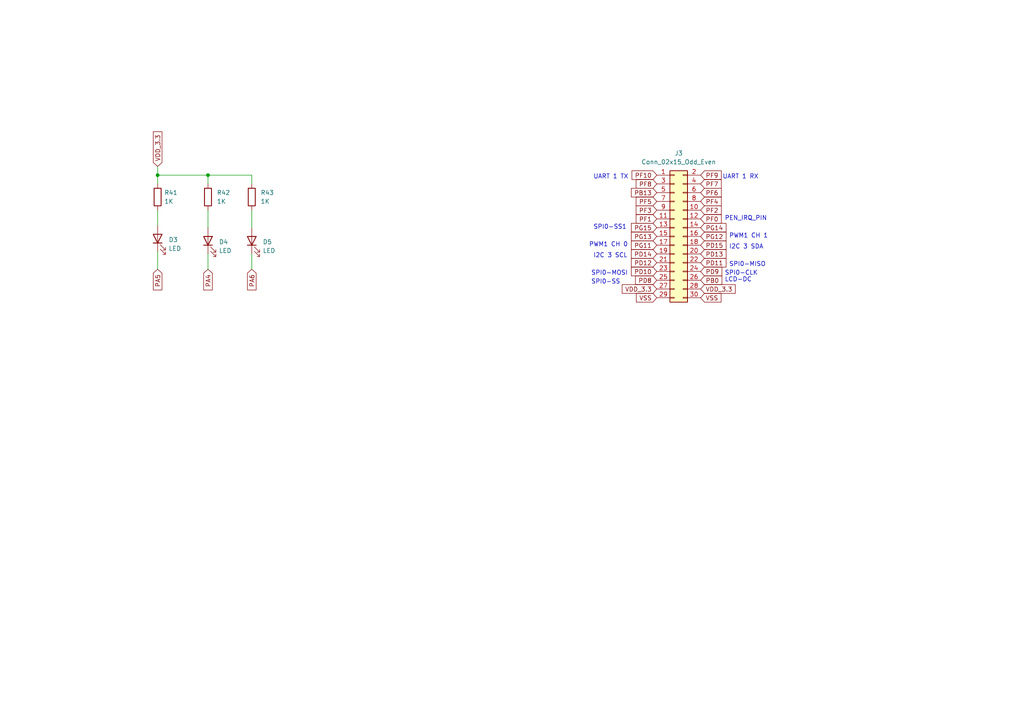
<source format=kicad_sch>
(kicad_sch (version 20231120) (generator "eeschema") (generator_version "8.0")
  (paper "A4")
  (lib_symbols
    (symbol "Connector_Generic:Conn_02x15_Odd_Even" (pin_names (offset 1.016) hide)
      (property "Reference" "J" (at 1.27 20.32 0))
      (property "Value" "Conn_02x15_Odd_Even" (at 1.27 -20.32 0))
      (symbol "Conn_02x15_Odd_Even_1_1"
        (rectangle (start -1.27 -17.653) (end 0 -17.907) (stroke (width 0.1524)))
        (rectangle (start -1.27 -15.113) (end 0 -15.367) (stroke (width 0.1524)))
        (rectangle (start -1.27 -12.573) (end 0 -12.827) (stroke (width 0.1524)))
        (rectangle (start -1.27 -10.033) (end 0 -10.287) (stroke (width 0.1524)))
        (rectangle (start -1.27 -7.493) (end 0 -7.747) (stroke (width 0.1524)))
        (rectangle (start -1.27 -4.953) (end 0 -5.207) (stroke (width 0.1524)))
        (rectangle (start -1.27 -2.413) (end 0 -2.667) (stroke (width 0.1524)))
        (rectangle (start -1.27 0.127) (end 0 -0.127) (stroke (width 0.1524)))
        (rectangle (start -1.27 2.667) (end 0 2.413) (stroke (width 0.1524)))
        (rectangle (start -1.27 5.207) (end 0 4.953) (stroke (width 0.1524)))
        (rectangle (start -1.27 7.747) (end 0 7.493) (stroke (width 0.1524)))
        (rectangle (start -1.27 10.287) (end 0 10.033) (stroke (width 0.1524)))
        (rectangle (start -1.27 12.827) (end 0 12.573) (stroke (width 0.1524)))
        (rectangle (start -1.27 15.367) (end 0 15.113) (stroke (width 0.1524)))
        (rectangle (start -1.27 17.907) (end 0 17.653) (stroke (width 0.1524)))
        (rectangle (start -1.27 19.05) (end 3.81 -19.05) (stroke (width 0.254)) (fill (type background)))
        (rectangle (start 3.81 -17.653) (end 2.54 -17.907) (stroke (width 0.1524)))
        (rectangle (start 3.81 -15.113) (end 2.54 -15.367) (stroke (width 0.1524)))
        (rectangle (start 3.81 -12.573) (end 2.54 -12.827) (stroke (width 0.1524)))
        (rectangle (start 3.81 -10.033) (end 2.54 -10.287) (stroke (width 0.1524)))
        (rectangle (start 3.81 -7.493) (end 2.54 -7.747) (stroke (width 0.1524)))
        (rectangle (start 3.81 -4.953) (end 2.54 -5.207) (stroke (width 0.1524)))
        (rectangle (start 3.81 -2.413) (end 2.54 -2.667) (stroke (width 0.1524)))
        (rectangle (start 3.81 0.127) (end 2.54 -0.127) (stroke (width 0.1524)))
        (rectangle (start 3.81 2.667) (end 2.54 2.413) (stroke (width 0.1524)))
        (rectangle (start 3.81 5.207) (end 2.54 4.953) (stroke (width 0.1524)))
        (rectangle (start 3.81 7.747) (end 2.54 7.493) (stroke (width 0.1524)))
        (rectangle (start 3.81 10.287) (end 2.54 10.033) (stroke (width 0.1524)))
        (rectangle (start 3.81 12.827) (end 2.54 12.573) (stroke (width 0.1524)))
        (rectangle (start 3.81 15.367) (end 2.54 15.113) (stroke (width 0.1524)))
        (rectangle (start 3.81 17.907) (end 2.54 17.653) (stroke (width 0.1524)))
        (pin passive line (at -5.08 17.78 0) (length 3.81) (name "Pin_1") (number "1"))
        (pin passive line (at 7.62 7.62 180) (length 3.81) (name "Pin_10") (number "10"))
        (pin passive line (at -5.08 5.08 0) (length 3.81) (name "Pin_11") (number "11"))
        (pin passive line (at 7.62 5.08 180) (length 3.81) (name "Pin_12") (number "12"))
        (pin passive line (at -5.08 2.54 0) (length 3.81) (name "Pin_13") (number "13"))
        (pin passive line (at 7.62 2.54 180) (length 3.81) (name "Pin_14") (number "14"))
        (pin passive line (at -5.08 0 0) (length 3.81) (name "Pin_15") (number "15"))
        (pin passive line (at 7.62 0 180) (length 3.81) (name "Pin_16") (number "16"))
        (pin passive line (at -5.08 -2.54 0) (length 3.81) (name "Pin_17") (number "17"))
        (pin passive line (at 7.62 -2.54 180) (length 3.81) (name "Pin_18") (number "18"))
        (pin passive line (at -5.08 -5.08 0) (length 3.81) (name "Pin_19") (number "19"))
        (pin passive line (at 7.62 17.78 180) (length 3.81) (name "Pin_2") (number "2"))
        (pin passive line (at 7.62 -5.08 180) (length 3.81) (name "Pin_20") (number "20"))
        (pin passive line (at -5.08 -7.62 0) (length 3.81) (name "Pin_21") (number "21"))
        (pin passive line (at 7.62 -7.62 180) (length 3.81) (name "Pin_22") (number "22"))
        (pin passive line (at -5.08 -10.16 0) (length 3.81) (name "Pin_23") (number "23"))
        (pin passive line (at 7.62 -10.16 180) (length 3.81) (name "Pin_24") (number "24"))
        (pin passive line (at -5.08 -12.7 0) (length 3.81) (name "Pin_25") (number "25"))
        (pin passive line (at 7.62 -12.7 180) (length 3.81) (name "Pin_26") (number "26"))
        (pin passive line (at -5.08 -15.24 0) (length 3.81) (name "Pin_27") (number "27"))
        (pin passive line (at 7.62 -15.24 180) (length 3.81) (name "Pin_28") (number "28"))
        (pin passive line (at -5.08 -17.78 0) (length 3.81) (name "Pin_29") (number "29"))
        (pin passive line (at -5.08 15.24 0) (length 3.81) (name "Pin_3") (number "3"))
        (pin passive line (at 7.62 -17.78 180) (length 3.81) (name "Pin_30") (number "30"))
        (pin passive line (at 7.62 15.24 180) (length 3.81) (name "Pin_4") (number "4"))
        (pin passive line (at -5.08 12.7 0) (length 3.81) (name "Pin_5") (number "5"))
        (pin passive line (at 7.62 12.7 180) (length 3.81) (name "Pin_6") (number "6"))
        (pin passive line (at -5.08 10.16 0) (length 3.81) (name "Pin_7") (number "7"))
        (pin passive line (at 7.62 10.16 180) (length 3.81) (name "Pin_8") (number "8"))
        (pin passive line (at -5.08 7.62 0) (length 3.81) (name "Pin_9") (number "9"))
      )
    )
    (symbol "Device:LED" (pin_numbers hide) (pin_names (offset 1.016) hide)
      (property "Reference" "D" (at 0 2.54 0))
      (property "Value" "LED" (at 0 -2.54 0))
      (symbol "LED_0_1"
        (polyline (pts (xy -1.27 -1.27) (xy -1.27 1.27)) (stroke (width 0.254)))
        (polyline (pts (xy -1.27 0) (xy 1.27 0)))
        (polyline (pts (xy 1.27 -1.27) (xy 1.27 1.27) (xy -1.27 0) (xy 1.27 -1.27)) (stroke (width 0.254)))
        (polyline (pts (xy -3.048 -0.762) (xy -4.572 -2.286) (xy -3.81 -2.286) (xy -4.572 -2.286) (xy -4.572 -1.524)))
        (polyline (pts (xy -1.778 -0.762) (xy -3.302 -2.286) (xy -2.54 -2.286) (xy -3.302 -2.286) (xy -3.302 -1.524)))
      )
      (symbol "LED_1_1"
        (pin passive line (at -3.81 0 0) (length 2.54) (name "K") (number "1"))
        (pin passive line (at 3.81 0 180) (length 2.54) (name "A") (number "2"))
      )
    )
    (symbol "Device:R" (pin_numbers hide) (pin_names (offset 0))
      (property "Reference" "R" (at 2.032 0 90))
      (property "Value" "R" (at 0 0 90))
      (symbol "R_0_1"
        (rectangle (start -1.016 -2.54) (end 1.016 2.54) (stroke (width 0.254)))
      )
      (symbol "R_1_1"
        (pin passive line (at 0 3.81 270) (length 1.27) (name "~") (number "1"))
        (pin passive line (at 0 -3.81 90) (length 1.27) (name "~") (number "2"))
      )
    )
  )
  (junction (at 60.325 50.8))
  (junction (at 45.72 50.8))
  (wire (pts (xy 45.72 50.8) (xy 45.72 53.34)))
  (wire (pts (xy 60.325 60.96) (xy 60.325 66.04)))
  (wire (pts (xy 60.325 78.105) (xy 60.325 73.66)))
  (wire (pts (xy 60.325 50.8) (xy 60.325 53.34)))
  (wire (pts (xy 60.325 50.8) (xy 73.025 50.8)))
  (wire (pts (xy 73.025 78.105) (xy 73.025 73.66)))
  (wire (pts (xy 45.72 50.8) (xy 60.325 50.8)))
  (wire (pts (xy 45.72 60.96) (xy 45.72 65.405)))
  (wire (pts (xy 45.72 48.26) (xy 45.72 50.8)))
  (wire (pts (xy 45.72 78.105) (xy 45.72 73.025)))
  (wire (pts (xy 73.025 50.8) (xy 73.025 53.34)))
  (wire (pts (xy 73.025 60.96) (xy 73.025 66.04)))
  (text "SPI0-MOSI" (at 171.45 80.01 0) (effects (font (size 1.27 1.27)) (justify left bottom)))
  (text "I2C 3 SCL" (at 172.085 74.93 0) (effects (font (size 1.27 1.27)) (justify left bottom)))
  (text "UART 1 TX\n" (at 172.085 52.07 0) (effects (font (size 1.27 1.27)) (justify left bottom)))
  (text "SPI0-SS" (at 171.45 82.55 0) (effects (font (size 1.27 1.27)) (justify left bottom)))
  (text "PWM1 CH 0" (at 170.815 71.755 0) (effects (font (size 1.27 1.27)) (justify left bottom)))
  (text "SPI0-SS1\n" (at 172.085 66.675 0) (effects (font (size 1.27 1.27)) (justify left bottom)))
  (text "PEN_IRQ_PIN\n" (at 210.185 64.135 0) (effects (font (size 1.27 1.27)) (justify left bottom)))
  (text "SPI0-CLK" (at 210.185 80.01 0) (effects (font (size 1.27 1.27)) (justify left bottom)))
  (text "PWM1 CH 1\n" (at 211.455 69.215 0) (effects (font (size 1.27 1.27)) (justify left bottom)))
  (text "UART 1 RX" (at 209.55 52.07 0) (effects (font (size 1.27 1.27)) (justify left bottom)))
  (text "SPI0-MISO" (at 211.455 77.47 0) (effects (font (size 1.27 1.27)) (justify left bottom)))
  (text "I2C 3 SDA" (at 211.455 72.39 0) (effects (font (size 1.27 1.27)) (justify left bottom)))
  (text "LCD-DC" (at 210.185 81.915 0) (effects (font (size 1.27 1.27)) (justify left bottom)))
  (global_label "PB0" (shape input) (at 203.2 81.28 0) (property "Intersheetrefs" "${INTERSHEET_REFS}" (effects (hide yes))))
  (global_label "PA5" (shape input) (at 45.72 78.105 270) (property "Intersheetrefs" "${INTERSHEET_REFS}" (effects (hide yes))))
  (global_label "PD10" (shape input) (at 190.5 78.74 180) (property "Intersheetrefs" "${INTERSHEET_REFS}" (effects (hide yes))))
  (global_label "PD12" (shape input) (at 190.5 76.2 180) (property "Intersheetrefs" "${INTERSHEET_REFS}" (effects (hide yes))))
  (global_label "PD8" (shape input) (at 190.5 81.28 180) (property "Intersheetrefs" "${INTERSHEET_REFS}" (effects (hide yes))))
  (global_label "VSS" (shape input) (at 190.5 86.36 180) (property "Intersheetrefs" "${INTERSHEET_REFS}" (effects (hide yes))))
  (global_label "PF5" (shape input) (at 190.5 58.42 180) (property "Intersheetrefs" "${INTERSHEET_REFS}" (effects (hide yes))))
  (global_label "PF4" (shape input) (at 203.2 58.42 0) (property "Intersheetrefs" "${INTERSHEET_REFS}" (effects (hide yes))))
  (global_label "VSS" (shape input) (at 203.2 86.36 0) (property "Intersheetrefs" "${INTERSHEET_REFS}" (effects (hide yes))))
  (global_label "PB13" (shape input) (at 190.5 55.88 180) (property "Intersheetrefs" "${INTERSHEET_REFS}" (effects (hide yes))))
  (global_label "PF3" (shape input) (at 190.5 60.96 180) (property "Intersheetrefs" "${INTERSHEET_REFS}" (effects (hide yes))))
  (global_label "VDD_3.3" (shape input) (at 190.5 83.82 180) (property "Intersheetrefs" "${INTERSHEET_REFS}" (effects (hide yes))))
  (global_label "VDD_3.3" (shape input) (at 45.72 48.26 90) (property "Intersheetrefs" "${INTERSHEET_REFS}" (effects (hide yes))))
  (global_label "PD11" (shape input) (at 203.2 76.2 0) (property "Intersheetrefs" "${INTERSHEET_REFS}" (effects (hide yes))))
  (global_label "PG11" (shape input) (at 190.5 71.12 180) (property "Intersheetrefs" "${INTERSHEET_REFS}" (effects (hide yes))))
  (global_label "PF1" (shape input) (at 190.5 63.5 180) (property "Intersheetrefs" "${INTERSHEET_REFS}" (effects (hide yes))))
  (global_label "PF10" (shape input) (at 190.5 50.8 180) (property "Intersheetrefs" "${INTERSHEET_REFS}" (effects (hide yes))))
  (global_label "PG12" (shape input) (at 203.2 68.58 0) (property "Intersheetrefs" "${INTERSHEET_REFS}" (effects (hide yes))))
  (global_label "PG15" (shape input) (at 190.5 66.04 180) (property "Intersheetrefs" "${INTERSHEET_REFS}" (effects (hide yes))))
  (global_label "PF6" (shape input) (at 203.2 55.88 0) (property "Intersheetrefs" "${INTERSHEET_REFS}" (effects (hide yes))))
  (global_label "PG14" (shape input) (at 203.2 66.04 0) (property "Intersheetrefs" "${INTERSHEET_REFS}" (effects (hide yes))))
  (global_label "PF0" (shape input) (at 203.2 63.5 0) (property "Intersheetrefs" "${INTERSHEET_REFS}" (effects (hide yes))))
  (global_label "PA6" (shape input) (at 73.025 78.105 270) (property "Intersheetrefs" "${INTERSHEET_REFS}" (effects (hide yes))))
  (global_label "PF2" (shape input) (at 203.2 60.96 0) (property "Intersheetrefs" "${INTERSHEET_REFS}" (effects (hide yes))))
  (global_label "PD9" (shape input) (at 203.2 78.74 0) (property "Intersheetrefs" "${INTERSHEET_REFS}" (effects (hide yes))))
  (global_label "VDD_3.3" (shape input) (at 203.2 83.82 0) (property "Intersheetrefs" "${INTERSHEET_REFS}" (effects (hide yes))))
  (global_label "PA4" (shape input) (at 60.325 78.105 270) (property "Intersheetrefs" "${INTERSHEET_REFS}" (effects (hide yes))))
  (global_label "PF7" (shape input) (at 203.2 53.34 0) (property "Intersheetrefs" "${INTERSHEET_REFS}" (effects (hide yes))))
  (global_label "PD13" (shape input) (at 203.2 73.66 0) (property "Intersheetrefs" "${INTERSHEET_REFS}" (effects (hide yes))))
  (global_label "PF9" (shape input) (at 203.2 50.8 0) (property "Intersheetrefs" "${INTERSHEET_REFS}" (effects (hide yes))))
  (global_label "PG13" (shape input) (at 190.5 68.58 180) (property "Intersheetrefs" "${INTERSHEET_REFS}" (effects (hide yes))))
  (global_label "PF8" (shape input) (at 190.5 53.34 180) (property "Intersheetrefs" "${INTERSHEET_REFS}" (effects (hide yes))))
  (global_label "PD14" (shape input) (at 190.5 73.66 180) (property "Intersheetrefs" "${INTERSHEET_REFS}" (effects (hide yes))))
  (global_label "PD15" (shape input) (at 203.2 71.12 0) (property "Intersheetrefs" "${INTERSHEET_REFS}" (effects (hide yes))))
  (symbol (lib_id "Device:LED") (at 73.025 69.85 90) (unit 1)
    (property "Reference" "D5" (at 76.2 70.1674 90) (effects (justify right)))
    (property "Value" "LED" (at 76.2 72.7074 90) (effects (justify right)))
    (property "Footprint" "LED_SMD:LED_0603_1608Metric" (effects (hide yes)))
  )
  (symbol (lib_id "Device:LED") (at 60.325 69.85 90) (unit 1)
    (property "Reference" "D4" (at 63.5 70.1674 90) (effects (justify right)))
    (property "Value" "LED" (at 63.5 72.7074 90) (effects (justify right)))
    (property "Footprint" "LED_SMD:LED_0603_1608Metric" (effects (hide yes)))
  )
  (symbol (lib_id "Device:R") (at 60.325 57.15 0) (unit 1)
    (property "Reference" "R42" (at 62.865 55.8799 0) (effects (justify left)))
    (property "Value" "1K" (at 62.865 58.4199 0) (effects (justify left)))
    (property "Footprint" "Resistor_SMD:R_0402_1005Metric" (effects (hide yes)))
  )
  (symbol (lib_id "Device:LED") (at 45.72 69.215 90) (unit 1)
    (property "Reference" "D3" (at 48.895 69.5324 90) (effects (justify right)))
    (property "Value" "LED" (at 48.895 72.0724 90) (effects (justify right)))
    (property "Footprint" "LED_SMD:LED_0603_1608Metric" (effects (hide yes)))
  )
  (symbol (lib_id "Device:R") (at 45.72 57.15 0) (unit 1)
    (property "Reference" "R41" (at 47.625 55.8799 0) (effects (justify left)))
    (property "Value" "1K" (at 47.625 58.4199 0) (effects (justify left)))
    (property "Footprint" "Resistor_SMD:R_0402_1005Metric" (effects (hide yes)))
  )
  (symbol (lib_id "Device:R") (at 73.025 57.15 0) (unit 1)
    (property "Reference" "R43" (at 75.565 55.8799 0) (effects (justify left)))
    (property "Value" "1K" (at 75.565 58.4199 0) (effects (justify left)))
    (property "Footprint" "Resistor_SMD:R_0402_1005Metric" (effects (hide yes)))
  )
  (symbol (lib_id "Connector_Generic:Conn_02x15_Odd_Even") (at 195.58 68.58 0) (unit 1)
    (property "Reference" "J3" (at 196.85 44.45 0))
    (property "Value" "Conn_02x15_Odd_Even" (at 196.85 46.99 0))
    (property "Footprint" "Connector_PinHeader_2.54mm:PinHeader_2x15_P2.54mm_Vertical" (effects (hide yes)))
  )
)
</source>
